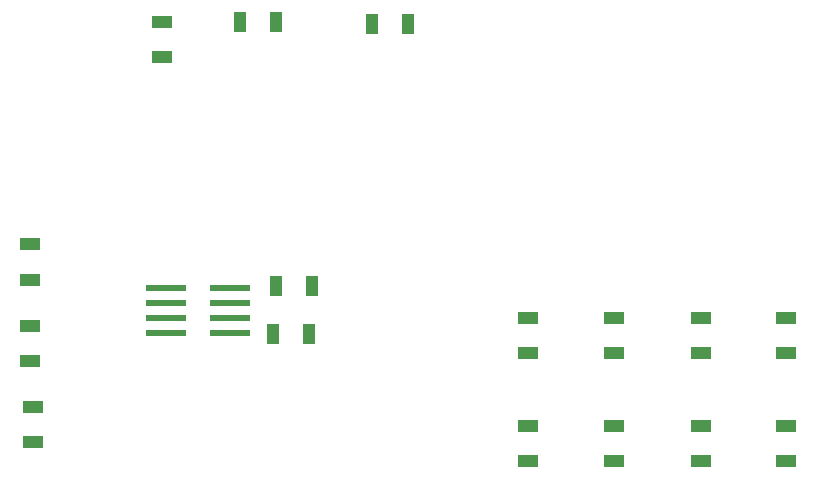
<source format=gtp>
G04*
G04 #@! TF.GenerationSoftware,Altium Limited,Altium Designer,23.8.1 (32)*
G04*
G04 Layer_Color=8421504*
%FSLAX44Y44*%
%MOMM*%
G71*
G04*
G04 #@! TF.SameCoordinates,EF1116E4-02E2-45A5-A5C3-51D3E917E2D0*
G04*
G04*
G04 #@! TF.FilePolarity,Positive*
G04*
G01*
G75*
%ADD19R,3.4000X0.6000*%
%ADD20R,1.8034X1.1176*%
%ADD21R,1.1176X1.8034*%
D19*
X252400Y232410D02*
D03*
Y219710D02*
D03*
Y207010D02*
D03*
Y194310D02*
D03*
X306400D02*
D03*
Y207010D02*
D03*
Y219710D02*
D03*
Y232410D02*
D03*
D20*
X137160Y239014D02*
D03*
Y268986D02*
D03*
X248920Y457200D02*
D03*
Y427228D02*
D03*
X139289Y131572D02*
D03*
Y101600D02*
D03*
X137160Y170307D02*
D03*
Y200279D02*
D03*
X777240Y115570D02*
D03*
Y85598D02*
D03*
X631190Y115570D02*
D03*
Y85598D02*
D03*
X558800Y115570D02*
D03*
Y85598D02*
D03*
X777240Y176784D02*
D03*
Y206756D02*
D03*
X704850Y176784D02*
D03*
Y206756D02*
D03*
X558800Y176784D02*
D03*
Y206756D02*
D03*
X631190Y176784D02*
D03*
Y206756D02*
D03*
X704850Y115570D02*
D03*
Y85598D02*
D03*
D21*
X343154Y193040D02*
D03*
X373126D02*
D03*
X345694Y233680D02*
D03*
X375666D02*
D03*
X345186Y457200D02*
D03*
X315214D02*
D03*
X426974Y455930D02*
D03*
X456946D02*
D03*
M02*

</source>
